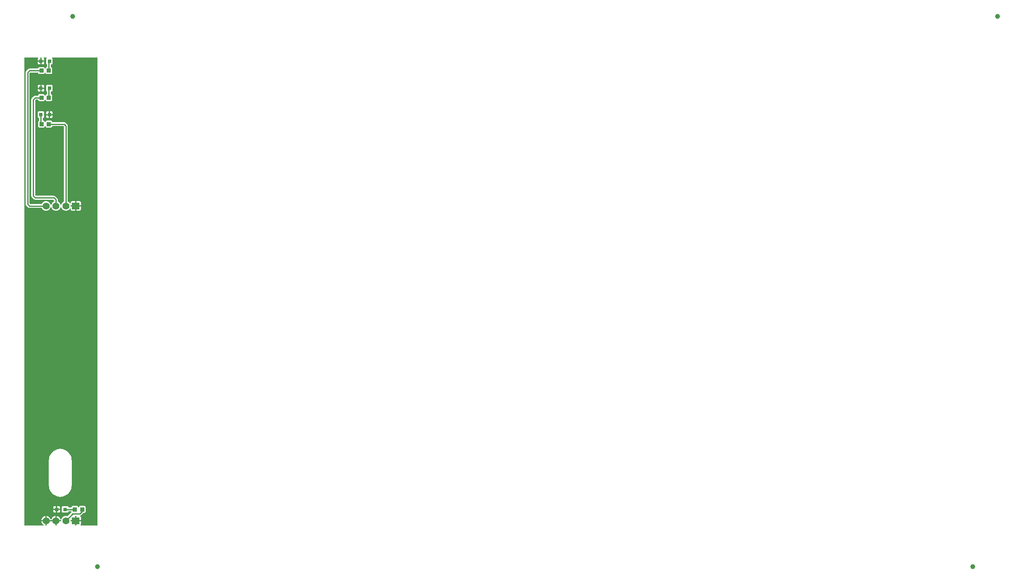
<source format=gtl>
G04 Layer: TopLayer*
G04 Panelize: Stamp Hole, Column: 10, Row: 1, Board Size: 15.24mm x 95mm, Panelized Board Size: 206.4mm x 95mm*
G04 EasyEDA v6.5.34, 2023-08-21 18:11:39*
G04 37ba9180ffe74b91916b72eff976b916,5a6b42c53f6a479593ecc07194224c93,10*
G04 Gerber Generator version 0.2*
G04 Scale: 100 percent, Rotated: No, Reflected: No *
G04 Dimensions in millimeters *
G04 leading zeros omitted , absolute positions ,4 integer and 5 decimal *
%FSLAX45Y45*%
%MOMM*%

%AMMACRO1*21,1,$1,$2,0,0,$3*%
%ADD10C,0.2540*%
%ADD11R,0.8000X0.8000*%
%ADD12MACRO1,0.864X0.8065X90.0000*%
%ADD13C,1.0000*%
%ADD14C,1.4000*%
%ADD15MACRO1,1.524X1.4X0.0000*%
%ADD16C,0.0138*%

%LPD*%
G36*
X290068Y1842007D02*
G01*
X286156Y1842770D01*
X282905Y1845005D01*
X280670Y1848256D01*
X279908Y1852168D01*
X279908Y11279632D01*
X280670Y11283543D01*
X282905Y11286794D01*
X286156Y11289030D01*
X290068Y11289792D01*
X548233Y11289792D01*
X552145Y11289030D01*
X555447Y11286794D01*
X557631Y11283543D01*
X558393Y11279632D01*
X557631Y11275720D01*
X555447Y11272469D01*
X553212Y11270234D01*
X550113Y11265306D01*
X548233Y11259870D01*
X547522Y11253520D01*
X547522Y11226800D01*
X600710Y11226800D01*
X600710Y11279632D01*
X601472Y11283543D01*
X603707Y11286794D01*
X606958Y11289030D01*
X610870Y11289792D01*
X615950Y11289792D01*
X619861Y11289030D01*
X623112Y11286794D01*
X625348Y11283543D01*
X626110Y11279632D01*
X626110Y11226800D01*
X679297Y11226800D01*
X679297Y11253520D01*
X678586Y11259870D01*
X676706Y11265306D01*
X673608Y11270234D01*
X671372Y11272469D01*
X669188Y11275720D01*
X668426Y11279632D01*
X669188Y11283543D01*
X671372Y11286794D01*
X674674Y11289030D01*
X678586Y11289792D01*
X718413Y11289792D01*
X722325Y11289030D01*
X725627Y11286794D01*
X727811Y11283543D01*
X728573Y11279632D01*
X727811Y11275720D01*
X725627Y11272469D01*
X723392Y11270234D01*
X720293Y11265306D01*
X718413Y11259870D01*
X717702Y11253520D01*
X717702Y11174679D01*
X718413Y11168329D01*
X720293Y11162893D01*
X723392Y11157966D01*
X727456Y11153902D01*
X730453Y11152022D01*
X732993Y11149736D01*
X734669Y11146739D01*
X735228Y11143386D01*
X735228Y11101832D01*
X734364Y11097768D01*
X731977Y11094364D01*
X728421Y11092230D01*
X722274Y11090097D01*
X717397Y11086998D01*
X713282Y11082934D01*
X710234Y11078006D01*
X708101Y11071961D01*
X705967Y11068405D01*
X702564Y11065967D01*
X698500Y11065154D01*
X694436Y11065967D01*
X691032Y11068405D01*
X688898Y11071961D01*
X686765Y11078006D01*
X683717Y11082934D01*
X679602Y11086998D01*
X674725Y11090097D01*
X669239Y11091976D01*
X662940Y11092688D01*
X583438Y11092688D01*
X577088Y11091976D01*
X571652Y11090097D01*
X566724Y11086998D01*
X562660Y11082934D01*
X559562Y11078006D01*
X557631Y11072571D01*
X556463Y11067694D01*
X554177Y11064798D01*
X551027Y11062868D01*
X547420Y11062208D01*
X381508Y11062208D01*
X373481Y11061395D01*
X366268Y11059210D01*
X359562Y11055654D01*
X353364Y11050524D01*
X315976Y11013135D01*
X310845Y11006937D01*
X307289Y11000232D01*
X305104Y10993018D01*
X304292Y10984992D01*
X304292Y8331708D01*
X305104Y8323681D01*
X307289Y8316468D01*
X310845Y8309762D01*
X315976Y8303564D01*
X353364Y8266175D01*
X359562Y8261045D01*
X366268Y8257489D01*
X373481Y8255304D01*
X381508Y8254492D01*
X622096Y8254492D01*
X625703Y8253831D01*
X628853Y8251901D01*
X631088Y8249005D01*
X634085Y8243265D01*
X641604Y8232546D01*
X650544Y8222996D01*
X660704Y8214766D01*
X671880Y8207959D01*
X683869Y8202726D01*
X696468Y8199221D01*
X709472Y8197443D01*
X722528Y8197443D01*
X735482Y8199221D01*
X748131Y8202726D01*
X760120Y8207959D01*
X771296Y8214766D01*
X781456Y8222996D01*
X790397Y8232546D01*
X797915Y8243265D01*
X803960Y8254898D01*
X806450Y8261858D01*
X808583Y8265414D01*
X811936Y8267801D01*
X816000Y8268614D01*
X820064Y8267801D01*
X823417Y8265414D01*
X825550Y8261858D01*
X828040Y8254898D01*
X834085Y8243265D01*
X841603Y8232546D01*
X850544Y8222996D01*
X860704Y8214766D01*
X871880Y8207959D01*
X883869Y8202726D01*
X896467Y8199221D01*
X909472Y8197443D01*
X922528Y8197443D01*
X935482Y8199221D01*
X948131Y8202726D01*
X960119Y8207959D01*
X971296Y8214766D01*
X981456Y8222996D01*
X990396Y8232546D01*
X997915Y8243265D01*
X1003960Y8254898D01*
X1006398Y8261858D01*
X1008583Y8265414D01*
X1011936Y8267801D01*
X1016000Y8268614D01*
X1020064Y8267801D01*
X1023416Y8265414D01*
X1025550Y8261858D01*
X1028039Y8254898D01*
X1034084Y8243265D01*
X1041603Y8232546D01*
X1050544Y8222996D01*
X1060704Y8214766D01*
X1071880Y8207959D01*
X1083868Y8202726D01*
X1096467Y8199221D01*
X1109472Y8197443D01*
X1122527Y8197443D01*
X1135481Y8199221D01*
X1148130Y8202726D01*
X1160119Y8207959D01*
X1171295Y8214766D01*
X1181455Y8222996D01*
X1190396Y8232546D01*
X1195425Y8239709D01*
X1198524Y8242604D01*
X1202588Y8243976D01*
X1206804Y8243570D01*
X1210513Y8241436D01*
X1213002Y8238032D01*
X1213866Y8233867D01*
X1213866Y8223656D01*
X1214577Y8217306D01*
X1216507Y8211870D01*
X1219606Y8206994D01*
X1223670Y8202879D01*
X1228598Y8199780D01*
X1234033Y8197900D01*
X1240383Y8197189D01*
X1303274Y8197189D01*
X1303274Y8280400D01*
X1221892Y8280400D01*
X1217980Y8281162D01*
X1214729Y8283346D01*
X1212494Y8286648D01*
X1211732Y8290559D01*
X1211732Y8295640D01*
X1212494Y8299500D01*
X1214729Y8302802D01*
X1217980Y8304987D01*
X1221892Y8305800D01*
X1303274Y8305800D01*
X1303274Y8389010D01*
X1240383Y8389010D01*
X1234033Y8388299D01*
X1228598Y8386368D01*
X1223670Y8383270D01*
X1219606Y8379206D01*
X1216507Y8374278D01*
X1214577Y8368842D01*
X1213866Y8362492D01*
X1213866Y8352281D01*
X1213002Y8348116D01*
X1210513Y8344712D01*
X1206804Y8342630D01*
X1202588Y8342223D01*
X1198524Y8343544D01*
X1195425Y8346440D01*
X1190396Y8353602D01*
X1181455Y8363153D01*
X1171295Y8371433D01*
X1159560Y8378545D01*
X1156970Y8380831D01*
X1155293Y8383828D01*
X1154684Y8387232D01*
X1154684Y9907016D01*
X1153871Y9915042D01*
X1151686Y9922256D01*
X1148130Y9928961D01*
X1143000Y9935159D01*
X1107135Y9971024D01*
X1100937Y9976154D01*
X1094232Y9979710D01*
X1087018Y9981895D01*
X1078992Y9982708D01*
X849579Y9982708D01*
X845972Y9983368D01*
X842822Y9985298D01*
X840536Y9988194D01*
X839368Y9993071D01*
X837437Y9998506D01*
X834339Y10003434D01*
X830275Y10007498D01*
X825347Y10010597D01*
X819912Y10012476D01*
X813562Y10013188D01*
X734060Y10013188D01*
X727760Y10012476D01*
X722274Y10010597D01*
X717397Y10007498D01*
X713282Y10003434D01*
X710234Y9998506D01*
X708101Y9992461D01*
X705967Y9988905D01*
X702564Y9986467D01*
X698500Y9985654D01*
X694436Y9986467D01*
X691032Y9988905D01*
X688898Y9992461D01*
X686765Y9998506D01*
X683717Y10003434D01*
X679602Y10007498D01*
X674725Y10010597D01*
X669340Y10012476D01*
X661263Y10013238D01*
X657707Y10014305D01*
X654710Y10016540D01*
X652780Y10019690D01*
X652119Y10023348D01*
X652119Y10059720D01*
X652932Y10063784D01*
X655320Y10067188D01*
X658876Y10069322D01*
X664616Y10071303D01*
X669544Y10074402D01*
X673608Y10078466D01*
X676706Y10083393D01*
X678586Y10088829D01*
X679297Y10095179D01*
X679297Y10174020D01*
X678586Y10180370D01*
X676706Y10185806D01*
X673608Y10190734D01*
X669544Y10194798D01*
X664616Y10197896D01*
X659180Y10199776D01*
X652830Y10200487D01*
X573989Y10200487D01*
X567639Y10199776D01*
X562203Y10197896D01*
X557276Y10194798D01*
X553212Y10190734D01*
X550113Y10185806D01*
X548233Y10180370D01*
X547522Y10174020D01*
X547522Y10095179D01*
X548233Y10088829D01*
X550113Y10083393D01*
X553212Y10078466D01*
X557276Y10074402D01*
X562203Y10071303D01*
X568096Y10069271D01*
X571652Y10067137D01*
X574040Y10063734D01*
X574903Y10059670D01*
X574903Y10018217D01*
X574294Y10014864D01*
X572668Y10011918D01*
X570128Y10009632D01*
X566724Y10007498D01*
X562660Y10003434D01*
X559562Y9998506D01*
X557631Y9993071D01*
X556920Y9986721D01*
X556920Y9901478D01*
X557631Y9895128D01*
X559562Y9889693D01*
X562660Y9884765D01*
X566724Y9880701D01*
X571652Y9877602D01*
X577088Y9875723D01*
X583438Y9875012D01*
X662940Y9875012D01*
X669239Y9875723D01*
X674725Y9877602D01*
X679602Y9880701D01*
X683717Y9884765D01*
X686765Y9889693D01*
X688898Y9895738D01*
X691032Y9899294D01*
X694436Y9901732D01*
X698500Y9902545D01*
X702564Y9901732D01*
X705967Y9899294D01*
X708101Y9895738D01*
X710234Y9889693D01*
X713282Y9884765D01*
X717397Y9880701D01*
X722274Y9877602D01*
X727760Y9875723D01*
X734060Y9875012D01*
X813562Y9875012D01*
X819912Y9875723D01*
X825347Y9877602D01*
X830275Y9880701D01*
X834339Y9884765D01*
X837437Y9889693D01*
X839368Y9895128D01*
X840536Y9900005D01*
X842822Y9902901D01*
X845972Y9904831D01*
X849579Y9905492D01*
X1059281Y9905492D01*
X1063193Y9904730D01*
X1066495Y9902494D01*
X1074470Y9894519D01*
X1076706Y9891217D01*
X1077468Y9887305D01*
X1077468Y8387283D01*
X1076858Y8383879D01*
X1075182Y8380882D01*
X1072591Y8378596D01*
X1060704Y8371433D01*
X1050544Y8363153D01*
X1041603Y8353602D01*
X1034084Y8342884D01*
X1028039Y8331301D01*
X1025550Y8324291D01*
X1023416Y8320786D01*
X1020064Y8318398D01*
X1016000Y8317534D01*
X1011936Y8318398D01*
X1008583Y8320786D01*
X1006398Y8324291D01*
X1003960Y8331301D01*
X997915Y8342884D01*
X990396Y8353602D01*
X981456Y8363153D01*
X971296Y8371433D01*
X959408Y8378596D01*
X956818Y8380882D01*
X955141Y8383879D01*
X954532Y8387283D01*
X954532Y8418068D01*
X953719Y8426094D01*
X951534Y8433308D01*
X947978Y8440013D01*
X942848Y8446211D01*
X903935Y8485124D01*
X897737Y8490254D01*
X891032Y8493810D01*
X883818Y8495995D01*
X875792Y8496808D01*
X515518Y8496808D01*
X511606Y8497570D01*
X508304Y8499805D01*
X498805Y8509304D01*
X496570Y8512606D01*
X495808Y8516518D01*
X495808Y10419181D01*
X496570Y10423093D01*
X498805Y10426395D01*
X508304Y10435894D01*
X511606Y10438130D01*
X515518Y10438892D01*
X547420Y10438892D01*
X551027Y10438231D01*
X554177Y10436301D01*
X556463Y10433405D01*
X557631Y10428528D01*
X559562Y10423093D01*
X562660Y10418165D01*
X566724Y10414101D01*
X571652Y10411002D01*
X577088Y10409123D01*
X583438Y10408412D01*
X662940Y10408412D01*
X669239Y10409123D01*
X674725Y10411002D01*
X679602Y10414101D01*
X683717Y10418165D01*
X686765Y10423093D01*
X688898Y10429138D01*
X691032Y10432694D01*
X694436Y10435132D01*
X698500Y10435945D01*
X702564Y10435132D01*
X705967Y10432694D01*
X708101Y10429138D01*
X710234Y10423093D01*
X713282Y10418165D01*
X717397Y10414101D01*
X722274Y10411002D01*
X727760Y10409123D01*
X734060Y10408412D01*
X813562Y10408412D01*
X819912Y10409123D01*
X825347Y10411002D01*
X830275Y10414101D01*
X834339Y10418165D01*
X837437Y10423093D01*
X839368Y10428528D01*
X840079Y10434878D01*
X840079Y10520121D01*
X839368Y10526471D01*
X837437Y10531906D01*
X834339Y10536834D01*
X830275Y10540898D01*
X825347Y10543997D01*
X819251Y10546130D01*
X815695Y10548264D01*
X813308Y10551668D01*
X812444Y10555732D01*
X812444Y10591952D01*
X813104Y10595559D01*
X815086Y10598759D01*
X818032Y10600994D01*
X821588Y10602061D01*
X829411Y10602823D01*
X834796Y10604703D01*
X839724Y10607802D01*
X843787Y10611866D01*
X846886Y10616793D01*
X848766Y10622229D01*
X849477Y10628579D01*
X849477Y10707420D01*
X848766Y10713770D01*
X846886Y10719206D01*
X843787Y10724134D01*
X839724Y10728198D01*
X834796Y10731296D01*
X829360Y10733176D01*
X823010Y10733887D01*
X744169Y10733887D01*
X737819Y10733176D01*
X732383Y10731296D01*
X727456Y10728198D01*
X723392Y10724134D01*
X720293Y10719206D01*
X718413Y10713770D01*
X717702Y10707420D01*
X717702Y10628579D01*
X718413Y10622229D01*
X720293Y10616793D01*
X723392Y10611866D01*
X727456Y10607802D01*
X730453Y10605922D01*
X732993Y10603636D01*
X734669Y10600639D01*
X735228Y10597286D01*
X735228Y10555732D01*
X734364Y10551668D01*
X731977Y10548264D01*
X728421Y10546130D01*
X722274Y10543997D01*
X717397Y10540898D01*
X713282Y10536834D01*
X710234Y10531906D01*
X708101Y10525861D01*
X705967Y10522305D01*
X702564Y10519867D01*
X698500Y10519054D01*
X694436Y10519867D01*
X691032Y10522305D01*
X688898Y10525861D01*
X686765Y10531906D01*
X683717Y10536834D01*
X679602Y10540898D01*
X674725Y10543997D01*
X669239Y10545876D01*
X662940Y10546588D01*
X583438Y10546588D01*
X577088Y10545876D01*
X571652Y10543997D01*
X566724Y10540898D01*
X562660Y10536834D01*
X559562Y10531906D01*
X557631Y10526471D01*
X556463Y10521594D01*
X554177Y10518698D01*
X551027Y10516768D01*
X547420Y10516108D01*
X495808Y10516108D01*
X487781Y10515295D01*
X480568Y10513110D01*
X473862Y10509554D01*
X467664Y10504424D01*
X430276Y10467035D01*
X425145Y10460837D01*
X421589Y10454132D01*
X419404Y10446918D01*
X418592Y10438892D01*
X418592Y8496808D01*
X419404Y8488781D01*
X421589Y8481568D01*
X425145Y8474862D01*
X430276Y8468664D01*
X467664Y8431276D01*
X473862Y8426145D01*
X480568Y8422589D01*
X487781Y8420404D01*
X495808Y8419592D01*
X856081Y8419592D01*
X859993Y8418830D01*
X863295Y8416594D01*
X874318Y8405571D01*
X876553Y8402269D01*
X877316Y8398357D01*
X877316Y8387232D01*
X876706Y8383828D01*
X875030Y8380831D01*
X872439Y8378545D01*
X860704Y8371433D01*
X850544Y8363153D01*
X841603Y8353602D01*
X834085Y8342884D01*
X828040Y8331301D01*
X825550Y8324291D01*
X823417Y8320786D01*
X820064Y8318398D01*
X816000Y8317534D01*
X811936Y8318398D01*
X808583Y8320786D01*
X806450Y8324291D01*
X803960Y8331301D01*
X797915Y8342884D01*
X790397Y8353602D01*
X781456Y8363153D01*
X771296Y8371433D01*
X760120Y8378240D01*
X748131Y8383422D01*
X735482Y8386978D01*
X722528Y8388756D01*
X709472Y8388756D01*
X696468Y8386978D01*
X683869Y8383422D01*
X671880Y8378240D01*
X660704Y8371433D01*
X650544Y8363153D01*
X641604Y8353602D01*
X634085Y8342884D01*
X631139Y8337194D01*
X628853Y8334298D01*
X625703Y8332368D01*
X622096Y8331708D01*
X401218Y8331708D01*
X397306Y8332470D01*
X394004Y8334705D01*
X384505Y8344204D01*
X382270Y8347506D01*
X381508Y8351418D01*
X381508Y10965281D01*
X382270Y10969193D01*
X384505Y10972495D01*
X394004Y10981994D01*
X397306Y10984230D01*
X401218Y10984992D01*
X547420Y10984992D01*
X551027Y10984331D01*
X554177Y10982401D01*
X556463Y10979505D01*
X557631Y10974628D01*
X559562Y10969193D01*
X562660Y10964265D01*
X566724Y10960201D01*
X571652Y10957102D01*
X577088Y10955223D01*
X583438Y10954512D01*
X662940Y10954512D01*
X669239Y10955223D01*
X674725Y10957102D01*
X679602Y10960201D01*
X683717Y10964265D01*
X686765Y10969193D01*
X688898Y10975238D01*
X691032Y10978794D01*
X694436Y10981232D01*
X698500Y10982045D01*
X702564Y10981232D01*
X705967Y10978794D01*
X708101Y10975238D01*
X710234Y10969193D01*
X713282Y10964265D01*
X717397Y10960201D01*
X722274Y10957102D01*
X727760Y10955223D01*
X734060Y10954512D01*
X813562Y10954512D01*
X819912Y10955223D01*
X825347Y10957102D01*
X830275Y10960201D01*
X834339Y10964265D01*
X837437Y10969193D01*
X839368Y10974628D01*
X840079Y10980978D01*
X840079Y11066221D01*
X839368Y11072571D01*
X837437Y11078006D01*
X834339Y11082934D01*
X830275Y11086998D01*
X825347Y11090097D01*
X819251Y11092230D01*
X815695Y11094364D01*
X813308Y11097768D01*
X812444Y11101832D01*
X812444Y11138052D01*
X813104Y11141659D01*
X815086Y11144859D01*
X818032Y11147094D01*
X821588Y11148161D01*
X829411Y11148923D01*
X834796Y11150803D01*
X839724Y11153902D01*
X843787Y11157966D01*
X846886Y11162893D01*
X848766Y11168329D01*
X849477Y11174679D01*
X849477Y11253520D01*
X848766Y11259870D01*
X846886Y11265306D01*
X843787Y11270234D01*
X841552Y11272469D01*
X839368Y11275720D01*
X838606Y11279632D01*
X839368Y11283543D01*
X841552Y11286794D01*
X844854Y11289030D01*
X848766Y11289792D01*
X1741932Y11289792D01*
X1745843Y11289030D01*
X1749094Y11286794D01*
X1751330Y11283543D01*
X1752092Y11279632D01*
X1752092Y1852168D01*
X1751330Y1848256D01*
X1749094Y1845005D01*
X1745843Y1842770D01*
X1741932Y1842007D01*
X1421384Y1842007D01*
X1417167Y1842922D01*
X1413713Y1845462D01*
X1411630Y1849221D01*
X1411325Y1853539D01*
X1412798Y1857552D01*
X1415491Y1861870D01*
X1417370Y1867357D01*
X1418082Y1873656D01*
X1418082Y1930400D01*
X1328674Y1930400D01*
X1328674Y1852168D01*
X1327912Y1848256D01*
X1325727Y1845005D01*
X1322425Y1842770D01*
X1318514Y1842007D01*
X1313434Y1842007D01*
X1309573Y1842770D01*
X1306271Y1845005D01*
X1304086Y1848256D01*
X1303274Y1852168D01*
X1303274Y1930400D01*
X1221892Y1930400D01*
X1217980Y1931162D01*
X1214729Y1933346D01*
X1212494Y1936648D01*
X1211732Y1940560D01*
X1211732Y1945639D01*
X1212494Y1949500D01*
X1214729Y1952802D01*
X1217980Y1955038D01*
X1221892Y1955800D01*
X1303274Y1955800D01*
X1303274Y2034032D01*
X1304086Y2037943D01*
X1306271Y2041194D01*
X1309573Y2043430D01*
X1313434Y2044192D01*
X1318514Y2044192D01*
X1322425Y2043430D01*
X1325727Y2041194D01*
X1327912Y2037943D01*
X1328674Y2034032D01*
X1328674Y1955800D01*
X1418082Y1955800D01*
X1418082Y2012543D01*
X1417370Y2018842D01*
X1415491Y2024329D01*
X1412392Y2029206D01*
X1410157Y2031441D01*
X1408023Y2034590D01*
X1407210Y2038248D01*
X1407718Y2041956D01*
X1409598Y2045258D01*
X1412544Y2047595D01*
X1418437Y2050745D01*
X1424635Y2055875D01*
X1468424Y2099614D01*
X1471726Y2101799D01*
X1475587Y2102612D01*
X1486662Y2102612D01*
X1493012Y2103323D01*
X1498447Y2105202D01*
X1503375Y2108301D01*
X1507439Y2112365D01*
X1510538Y2117293D01*
X1512468Y2122728D01*
X1513179Y2129078D01*
X1513179Y2214321D01*
X1512468Y2220671D01*
X1510538Y2226106D01*
X1507439Y2231034D01*
X1503375Y2235098D01*
X1498447Y2238197D01*
X1493012Y2240076D01*
X1486662Y2240788D01*
X1407160Y2240788D01*
X1400860Y2240076D01*
X1395374Y2238197D01*
X1390497Y2235098D01*
X1386382Y2231034D01*
X1383334Y2226106D01*
X1381201Y2220061D01*
X1379067Y2216505D01*
X1375664Y2214067D01*
X1371600Y2213254D01*
X1367536Y2214067D01*
X1364132Y2216505D01*
X1361998Y2220061D01*
X1359865Y2226106D01*
X1356817Y2231034D01*
X1352702Y2235098D01*
X1347825Y2238197D01*
X1342339Y2240076D01*
X1336040Y2240788D01*
X1256538Y2240788D01*
X1250188Y2240076D01*
X1244752Y2238197D01*
X1239824Y2235098D01*
X1235760Y2231034D01*
X1232662Y2226106D01*
X1230731Y2220671D01*
X1229563Y2215794D01*
X1227277Y2212898D01*
X1224127Y2210968D01*
X1220520Y2210308D01*
X1175969Y2210308D01*
X1171905Y2211171D01*
X1168552Y2213559D01*
X1166418Y2217115D01*
X1164386Y2222906D01*
X1161288Y2227834D01*
X1157224Y2231898D01*
X1152296Y2234996D01*
X1146860Y2236876D01*
X1140510Y2237587D01*
X1061669Y2237587D01*
X1055319Y2236876D01*
X1049883Y2234996D01*
X1044956Y2231898D01*
X1040892Y2227834D01*
X1037793Y2222906D01*
X1035913Y2217470D01*
X1035202Y2211120D01*
X1035202Y2132279D01*
X1035913Y2125929D01*
X1037793Y2120493D01*
X1040892Y2115566D01*
X1044956Y2111502D01*
X1049883Y2108403D01*
X1055319Y2106523D01*
X1061669Y2105812D01*
X1140510Y2105812D01*
X1146860Y2106523D01*
X1152296Y2108403D01*
X1157224Y2111502D01*
X1161288Y2115566D01*
X1164386Y2120493D01*
X1166418Y2126284D01*
X1168552Y2129840D01*
X1171956Y2132228D01*
X1176020Y2133092D01*
X1220520Y2133092D01*
X1224127Y2132431D01*
X1227277Y2130501D01*
X1229563Y2127605D01*
X1231341Y2121103D01*
X1231900Y2116988D01*
X1230782Y2113076D01*
X1228039Y2109724D01*
X1155141Y2036825D01*
X1152245Y2034793D01*
X1148791Y2033930D01*
X1145235Y2034235D01*
X1135481Y2036978D01*
X1122527Y2038756D01*
X1109472Y2038756D01*
X1096467Y2036978D01*
X1083868Y2033422D01*
X1071880Y2028240D01*
X1060704Y2021433D01*
X1050544Y2013153D01*
X1041603Y2003602D01*
X1034084Y1992934D01*
X1028039Y1981301D01*
X1025550Y1974291D01*
X1023416Y1970786D01*
X1020064Y1968398D01*
X1016000Y1967534D01*
X1011936Y1968398D01*
X1008583Y1970786D01*
X1006398Y1974291D01*
X1003960Y1981301D01*
X997915Y1992934D01*
X990396Y2003602D01*
X981456Y2013153D01*
X971296Y2021433D01*
X960119Y2028240D01*
X948131Y2033422D01*
X935482Y2036978D01*
X928674Y2037892D01*
X928674Y1955800D01*
X1010107Y1955800D01*
X1013968Y1955038D01*
X1017269Y1952802D01*
X1019505Y1949500D01*
X1020267Y1945639D01*
X1020267Y1940560D01*
X1019505Y1936648D01*
X1017269Y1933346D01*
X1013968Y1931162D01*
X1010107Y1930400D01*
X928674Y1930400D01*
X928674Y1852168D01*
X927912Y1848256D01*
X925728Y1845005D01*
X922426Y1842770D01*
X918514Y1842007D01*
X913434Y1842007D01*
X909574Y1842770D01*
X906271Y1845005D01*
X904087Y1848256D01*
X903274Y1852168D01*
X903274Y1930400D01*
X728675Y1930400D01*
X728675Y1852168D01*
X727913Y1848256D01*
X725728Y1845005D01*
X722426Y1842770D01*
X718515Y1842007D01*
X713435Y1842007D01*
X709574Y1842770D01*
X706272Y1845005D01*
X704088Y1848256D01*
X703275Y1852168D01*
X703275Y1930400D01*
X620979Y1930400D01*
X623671Y1917242D01*
X628040Y1904898D01*
X634085Y1893265D01*
X641604Y1882597D01*
X650544Y1872996D01*
X660704Y1864766D01*
X667156Y1860854D01*
X670306Y1857857D01*
X671880Y1853793D01*
X671626Y1849424D01*
X669594Y1845564D01*
X666140Y1842922D01*
X661873Y1842007D01*
G37*

%LPC*%
G36*
X626110Y11148212D02*
G01*
X652830Y11148212D01*
X659180Y11148923D01*
X664616Y11150803D01*
X669544Y11153902D01*
X673608Y11157966D01*
X676706Y11162893D01*
X678586Y11168329D01*
X679297Y11174679D01*
X679297Y11201400D01*
X626110Y11201400D01*
G37*
G36*
X728675Y1955800D02*
G01*
X903274Y1955800D01*
X903274Y2037892D01*
X896467Y2036978D01*
X883869Y2033422D01*
X871880Y2028240D01*
X860704Y2021433D01*
X850544Y2013153D01*
X841603Y2003602D01*
X834085Y1992934D01*
X828040Y1981301D01*
X825550Y1974291D01*
X823417Y1970786D01*
X820064Y1968398D01*
X816000Y1967534D01*
X811936Y1968398D01*
X808583Y1970786D01*
X806450Y1974291D01*
X803960Y1981301D01*
X797915Y1992934D01*
X790397Y2003602D01*
X781456Y2013153D01*
X771296Y2021433D01*
X760120Y2028240D01*
X748131Y2033422D01*
X735482Y2036978D01*
X728675Y2037892D01*
G37*
G36*
X891489Y2105812D02*
G01*
X918210Y2105812D01*
X918210Y2159000D01*
X865022Y2159000D01*
X865022Y2132279D01*
X865733Y2125929D01*
X867613Y2120493D01*
X870712Y2115566D01*
X874776Y2111502D01*
X879703Y2108403D01*
X885139Y2106523D01*
G37*
G36*
X943610Y2105812D02*
G01*
X970330Y2105812D01*
X976680Y2106523D01*
X982116Y2108403D01*
X987044Y2111502D01*
X991108Y2115566D01*
X994206Y2120493D01*
X996086Y2125929D01*
X996797Y2132279D01*
X996797Y2159000D01*
X943610Y2159000D01*
G37*
G36*
X865022Y2184400D02*
G01*
X918210Y2184400D01*
X918210Y2237587D01*
X891489Y2237587D01*
X885139Y2236876D01*
X879703Y2234996D01*
X874776Y2231898D01*
X870712Y2227834D01*
X867613Y2222906D01*
X865733Y2217470D01*
X865022Y2211120D01*
G37*
G36*
X943610Y2184400D02*
G01*
X996797Y2184400D01*
X996797Y2211120D01*
X996086Y2217470D01*
X994206Y2222906D01*
X991108Y2227834D01*
X987044Y2231898D01*
X982116Y2234996D01*
X976680Y2236876D01*
X970330Y2237587D01*
X943610Y2237587D01*
G37*
G36*
X993038Y2425446D02*
G01*
X1013561Y2425446D01*
X1034034Y2427274D01*
X1054303Y2430932D01*
X1074115Y2436418D01*
X1093317Y2443632D01*
X1111859Y2452573D01*
X1129487Y2463088D01*
X1146149Y2475179D01*
X1161643Y2488692D01*
X1175816Y2503576D01*
X1188669Y2519629D01*
X1199946Y2536799D01*
X1209700Y2554884D01*
X1217777Y2573782D01*
X1224127Y2593340D01*
X1228699Y2613406D01*
X1231493Y2633776D01*
X1232408Y2654503D01*
X1232408Y3162096D01*
X1231493Y3182823D01*
X1228699Y3203194D01*
X1224127Y3223260D01*
X1217777Y3242818D01*
X1209700Y3261715D01*
X1199946Y3279800D01*
X1188669Y3296970D01*
X1175816Y3313023D01*
X1161643Y3327908D01*
X1146149Y3341420D01*
X1129487Y3353511D01*
X1111859Y3364026D01*
X1093317Y3372967D01*
X1074115Y3380181D01*
X1054303Y3385667D01*
X1034034Y3389325D01*
X1013561Y3391154D01*
X993038Y3391154D01*
X972566Y3389325D01*
X952296Y3385667D01*
X932484Y3380181D01*
X913282Y3372967D01*
X894740Y3364026D01*
X877112Y3353511D01*
X860450Y3341420D01*
X844956Y3327908D01*
X830783Y3313023D01*
X817930Y3296970D01*
X806653Y3279800D01*
X796899Y3261715D01*
X788822Y3242818D01*
X782472Y3223260D01*
X777900Y3203194D01*
X775106Y3182823D01*
X774192Y3162096D01*
X774192Y2654503D01*
X775106Y2633776D01*
X777900Y2613406D01*
X782472Y2593340D01*
X788822Y2573782D01*
X796899Y2554884D01*
X806653Y2536799D01*
X817930Y2519629D01*
X830783Y2503576D01*
X844956Y2488692D01*
X860450Y2475179D01*
X877112Y2463088D01*
X894740Y2452573D01*
X913282Y2443632D01*
X932484Y2436418D01*
X952296Y2430932D01*
X972566Y2427274D01*
G37*
G36*
X1328674Y8197189D02*
G01*
X1391615Y8197189D01*
X1397965Y8197900D01*
X1403400Y8199780D01*
X1408328Y8202879D01*
X1412392Y8206994D01*
X1415491Y8211870D01*
X1417370Y8217306D01*
X1418082Y8223656D01*
X1418082Y8280400D01*
X1328674Y8280400D01*
G37*
G36*
X1328674Y8305800D02*
G01*
X1418082Y8305800D01*
X1418082Y8362492D01*
X1417370Y8368842D01*
X1415491Y8374278D01*
X1412392Y8379206D01*
X1408328Y8383270D01*
X1403400Y8386368D01*
X1397965Y8388299D01*
X1391615Y8389010D01*
X1328674Y8389010D01*
G37*
G36*
X620979Y1955800D02*
G01*
X703275Y1955800D01*
X703275Y2037892D01*
X696468Y2036978D01*
X683869Y2033422D01*
X671880Y2028240D01*
X660704Y2021433D01*
X650544Y2013153D01*
X641604Y2003602D01*
X634085Y1992934D01*
X628040Y1981301D01*
X623671Y1968957D01*
G37*
G36*
X796290Y10068712D02*
G01*
X823010Y10068712D01*
X829360Y10069423D01*
X834796Y10071303D01*
X839724Y10074402D01*
X843787Y10078466D01*
X846886Y10083393D01*
X848766Y10088829D01*
X849477Y10095179D01*
X849477Y10121900D01*
X796290Y10121900D01*
G37*
G36*
X796290Y10147300D02*
G01*
X849477Y10147300D01*
X849477Y10174020D01*
X848766Y10180370D01*
X846886Y10185806D01*
X843787Y10190734D01*
X839724Y10194798D01*
X834796Y10197896D01*
X829360Y10199776D01*
X823010Y10200487D01*
X796290Y10200487D01*
G37*
G36*
X717702Y10147300D02*
G01*
X770890Y10147300D01*
X770890Y10200487D01*
X744169Y10200487D01*
X737819Y10199776D01*
X732383Y10197896D01*
X727456Y10194798D01*
X723392Y10190734D01*
X720293Y10185806D01*
X718413Y10180370D01*
X717702Y10174020D01*
G37*
G36*
X573989Y10602112D02*
G01*
X600710Y10602112D01*
X600710Y10655300D01*
X547522Y10655300D01*
X547522Y10628579D01*
X548233Y10622229D01*
X550113Y10616793D01*
X553212Y10611866D01*
X557276Y10607802D01*
X562203Y10604703D01*
X567639Y10602823D01*
G37*
G36*
X626110Y10602112D02*
G01*
X652830Y10602112D01*
X659180Y10602823D01*
X664616Y10604703D01*
X669544Y10607802D01*
X673608Y10611866D01*
X676706Y10616793D01*
X678586Y10622229D01*
X679297Y10628579D01*
X679297Y10655300D01*
X626110Y10655300D01*
G37*
G36*
X547522Y10680700D02*
G01*
X600710Y10680700D01*
X600710Y10733887D01*
X573989Y10733887D01*
X567639Y10733176D01*
X562203Y10731296D01*
X557276Y10728198D01*
X553212Y10724134D01*
X550113Y10719206D01*
X548233Y10713770D01*
X547522Y10707420D01*
G37*
G36*
X626110Y10680700D02*
G01*
X679297Y10680700D01*
X679297Y10707420D01*
X678586Y10713770D01*
X676706Y10719206D01*
X673608Y10724134D01*
X669544Y10728198D01*
X664616Y10731296D01*
X659180Y10733176D01*
X652830Y10733887D01*
X626110Y10733887D01*
G37*
G36*
X573989Y11148212D02*
G01*
X600710Y11148212D01*
X600710Y11201400D01*
X547522Y11201400D01*
X547522Y11174679D01*
X548233Y11168329D01*
X550113Y11162893D01*
X553212Y11157966D01*
X557276Y11153902D01*
X562203Y11150803D01*
X567639Y11148923D01*
G37*
G36*
X744169Y10068712D02*
G01*
X770890Y10068712D01*
X770890Y10121900D01*
X717702Y10121900D01*
X717702Y10095179D01*
X718413Y10088829D01*
X720293Y10083393D01*
X723392Y10078466D01*
X727456Y10074402D01*
X732383Y10071303D01*
X737819Y10069423D01*
G37*

%LPD*%
D10*
X915924Y8293100D02*
G01*
X915924Y8418576D01*
X876300Y8458200D01*
X495300Y8458200D01*
X457200Y8496300D01*
X457200Y10439400D01*
X495300Y10477500D01*
X623062Y10477500D01*
X1116075Y8293100D02*
G01*
X1116075Y9907524D01*
X1079500Y9944100D01*
X773938Y9944100D01*
X623062Y11023600D02*
G01*
X381000Y11023600D01*
X342900Y10985500D01*
X342900Y8331200D01*
X381000Y8293100D01*
X716025Y8293100D01*
X1446936Y2171702D02*
G01*
X1446936Y2132736D01*
X1397000Y2082800D01*
X1255699Y2082800D01*
X1115999Y1943100D01*
X783493Y11214100D02*
G01*
X773836Y11204442D01*
X773836Y11023600D01*
X783493Y10668000D02*
G01*
X773836Y10658342D01*
X773836Y10477500D01*
X623163Y9944100D02*
G01*
X613486Y9953777D01*
X613486Y10134600D01*
X1100988Y2171702D02*
G01*
X1296263Y2171702D01*
D11*
G01*
X783590Y11214094D03*
G01*
X613410Y11214094D03*
D12*
G01*
X773824Y11023600D03*
G01*
X623175Y11023600D03*
D11*
G01*
X783590Y10667994D03*
G01*
X613410Y10667994D03*
D12*
G01*
X773824Y10477500D03*
G01*
X623175Y10477500D03*
D11*
G01*
X783590Y10134594D03*
G01*
X613410Y10134594D03*
D12*
G01*
X773824Y9944100D03*
G01*
X623175Y9944100D03*
D11*
G01*
X1101090Y2171694D03*
G01*
X930909Y2171694D03*
D12*
G01*
X1446924Y2171700D03*
G01*
X1296275Y2171700D03*
D13*
G01*
X1253998Y12115698D03*
G01*
X19893991Y12115698D03*
G01*
X1753997Y1016101D03*
G01*
X19393992Y1016101D03*
D14*
G01*
X715998Y8293082D03*
G01*
X915997Y8293082D03*
G01*
X1115997Y8293082D03*
D15*
G01*
X1315996Y8293082D03*
D14*
G01*
X715998Y1943094D03*
G01*
X915997Y1943094D03*
G01*
X1115997Y1943094D03*
D15*
G01*
X1315996Y1943094D03*
M02*

</source>
